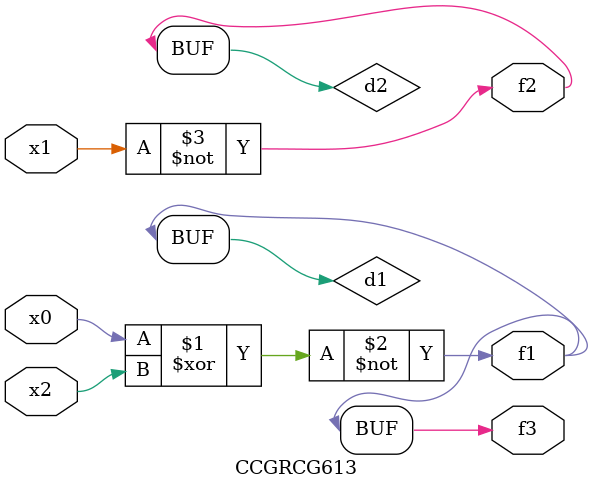
<source format=v>
module CCGRCG613(
	input x0, x1, x2,
	output f1, f2, f3
);

	wire d1, d2, d3;

	xnor (d1, x0, x2);
	nand (d2, x1);
	nor (d3, x1, x2);
	assign f1 = d1;
	assign f2 = d2;
	assign f3 = d1;
endmodule

</source>
